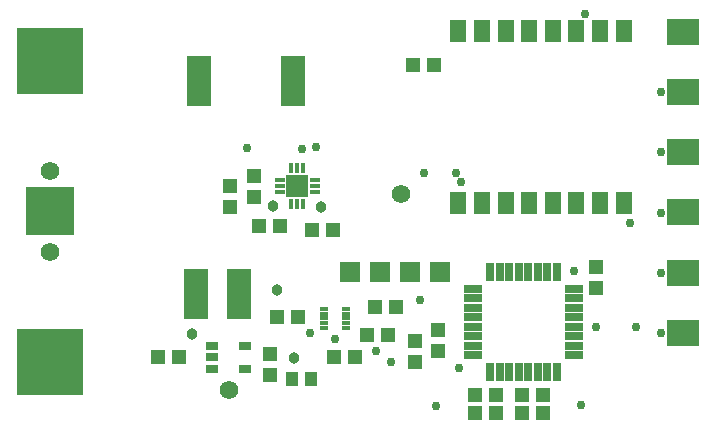
<source format=gts>
G04 EasyPC Gerber Version 21.0.3 Build 4286 *
G04 #@! TF.Part,Single*
G04 #@! TF.FileFunction,Soldermask,Top *
G04 #@! TF.FilePolarity,Negative *
%FSLAX35Y35*%
%MOIN*%
G04 #@! TA.AperFunction,SMDPad*
%ADD105R,0.01781X0.03750*%
%ADD102R,0.02962X0.06407*%
%ADD116R,0.03946X0.04537*%
%ADD111R,0.04537X0.04891*%
%ADD115R,0.05718X0.07687*%
%ADD109R,0.07883X0.16742*%
%ADD101R,0.08474X0.17135*%
G04 #@! TA.AperFunction,ComponentPad*
%ADD117R,0.06600X0.06600*%
G04 #@! TA.AperFunction,SMDPad*
%ADD106R,0.07490X0.07490*%
%ADD108R,0.16348X0.16348*%
%ADD107R,0.22254X0.22254*%
%ADD113R,0.02962X0.01486*%
%ADD104R,0.03750X0.01781*%
%ADD100R,0.04143X0.02962*%
%ADD103R,0.06407X0.02962*%
%ADD110R,0.04891X0.04537*%
%ADD112R,0.04930X0.04540*%
G04 #@! TA.AperFunction,ViaPad*
%ADD119C,0.03002*%
%ADD120C,0.03800*%
G04 #@! TA.AperFunction,SMDPad*
%ADD114R,0.10600X0.08592*%
G04 #@! TA.AperFunction,ViaPad*
%ADD118C,0.06200*%
X0Y0D02*
D02*
D100*
X130083Y30378D03*
Y34118D03*
Y37858D03*
X141106Y30378D03*
Y37858D03*
D02*
D101*
X125545Y126234D03*
X157041D03*
D02*
D102*
X222789Y29234D03*
Y62604D03*
X225939Y29234D03*
Y62604D03*
X229089Y29234D03*
Y62604D03*
X232238Y29234D03*
Y62604D03*
X235388Y29234D03*
Y62604D03*
X238537Y29234D03*
Y62604D03*
X241687Y29234D03*
Y62604D03*
X244837Y29234D03*
Y62604D03*
D02*
D103*
X217128Y34896D03*
Y38045D03*
Y41195D03*
Y44344D03*
Y47494D03*
Y50644D03*
Y53793D03*
Y56943D03*
X250498Y34896D03*
Y38045D03*
Y41195D03*
Y44344D03*
Y47494D03*
Y50644D03*
Y53793D03*
Y56943D03*
D02*
D104*
X152522Y89329D03*
Y91297D03*
Y93266D03*
X164333Y89329D03*
Y91297D03*
Y93266D03*
D02*
D105*
X156459Y85392D03*
Y97203D03*
X158427Y85392D03*
Y97203D03*
X160396Y85392D03*
Y97203D03*
D02*
D106*
X158427Y91297D03*
D02*
D107*
X76132Y32589D03*
Y132982D03*
D02*
D108*
Y82785D03*
D02*
D109*
X124659Y55368D03*
X139030D03*
D02*
D110*
X112094Y34118D03*
X119094D03*
X145766Y77809D03*
X151671Y47494D03*
X152766Y77809D03*
X158671Y47494D03*
X163384Y76726D03*
X170384D03*
X170789Y34341D03*
X177789D03*
X181691Y41427D03*
X184152Y50939D03*
X188691Y41427D03*
X191152Y50939D03*
X197045Y131451D03*
X204045D03*
X217518Y15604D03*
Y21707D03*
X224518Y15604D03*
Y21707D03*
X233167Y15703D03*
Y21707D03*
X240167Y15703D03*
Y21707D03*
D02*
D111*
X135978Y84348D03*
Y91348D03*
X143951Y87695D03*
Y94695D03*
X149364Y28246D03*
Y35246D03*
X257829Y57380D03*
Y64380D03*
D02*
D112*
X197789Y32577D03*
Y39577D03*
X205270Y36120D03*
Y43120D03*
D02*
D113*
X167337Y43951D03*
Y45526D03*
Y47100D03*
Y48675D03*
Y50250D03*
X174817Y43951D03*
Y45526D03*
Y47100D03*
Y48675D03*
Y50250D03*
D02*
D114*
X287061Y42278D03*
Y62356D03*
Y82435D03*
Y102514D03*
Y122593D03*
Y142671D03*
D02*
D115*
X212073Y85683D03*
Y142770D03*
X219947Y85683D03*
Y142770D03*
X227821Y85683D03*
Y142770D03*
X235695Y85683D03*
Y142770D03*
X243569Y85683D03*
Y142770D03*
X251443Y85683D03*
Y142770D03*
X259317Y85683D03*
Y142770D03*
X267191Y85683D03*
Y142770D03*
D02*
D116*
X156695Y26868D03*
X162994D03*
D02*
D117*
X175939Y62455D03*
X185939D03*
X195939D03*
X205939D03*
D02*
D118*
X76136Y69148D03*
Y96116D03*
X135781Y23085D03*
X192967Y88439D03*
D02*
D119*
X141490Y103793D03*
X159896Y103695D03*
X162553Y42179D03*
X164719Y104384D03*
X170821Y40407D03*
X184797Y36274D03*
X189719Y32533D03*
X199364Y53400D03*
X200545Y95722D03*
X204679Y17967D03*
X211470Y95722D03*
X212258Y30565D03*
X212947Y92573D03*
X250742Y62848D03*
X253104Y18163D03*
X254285Y148478D03*
X258026Y44148D03*
X269344Y78793D03*
X271313Y44148D03*
X279778Y42376D03*
Y62258D03*
Y82337D03*
Y102612D03*
Y122494D03*
D02*
D120*
X123183Y41982D03*
X150447Y84502D03*
X151628Y56648D03*
X157238Y33911D03*
X166293Y84108D03*
X0Y0D02*
M02*

</source>
